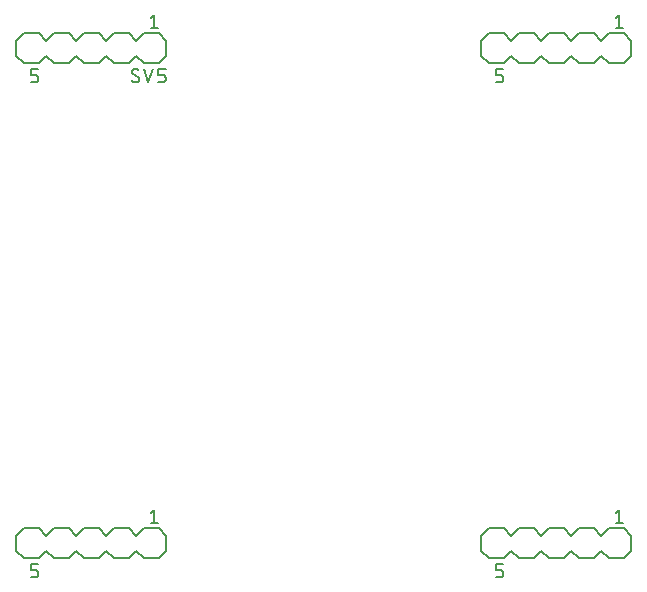
<source format=gbr>
G04 EAGLE Gerber RS-274X export*
G75*
%MOMM*%
%FSLAX34Y34*%
%LPD*%
%INSilkscreen Top*%
%IPPOS*%
%AMOC8*
5,1,8,0,0,1.08239X$1,22.5*%
G01*
%ADD10C,0.152400*%
%ADD11C,0.127000*%


D10*
X298450Y444500D02*
X285750Y444500D01*
X279400Y450850D01*
X279400Y463550D02*
X285750Y469900D01*
X279400Y450850D02*
X273050Y444500D01*
X260350Y444500D01*
X254000Y450850D01*
X254000Y463550D02*
X260350Y469900D01*
X273050Y469900D01*
X279400Y463550D01*
X304800Y463550D02*
X304800Y450850D01*
X298450Y444500D01*
X304800Y463550D02*
X298450Y469900D01*
X285750Y469900D01*
X254000Y450850D02*
X247650Y444500D01*
X234950Y444500D01*
X228600Y450850D01*
X228600Y463550D02*
X234950Y469900D01*
X247650Y469900D01*
X254000Y463550D01*
X222250Y444500D02*
X209550Y444500D01*
X203200Y450850D01*
X203200Y463550D02*
X209550Y469900D01*
X203200Y450850D02*
X196850Y444500D01*
X184150Y444500D01*
X177800Y450850D01*
X177800Y463550D01*
X184150Y469900D01*
X196850Y469900D01*
X203200Y463550D01*
X222250Y444500D02*
X228600Y450850D01*
X228600Y463550D02*
X222250Y469900D01*
X209550Y469900D01*
D11*
X291465Y483235D02*
X294640Y485775D01*
X294640Y474345D01*
X291465Y474345D02*
X297815Y474345D01*
X193675Y428625D02*
X189865Y428625D01*
X193675Y428625D02*
X193775Y428627D01*
X193874Y428633D01*
X193974Y428643D01*
X194072Y428656D01*
X194171Y428674D01*
X194268Y428695D01*
X194364Y428720D01*
X194460Y428749D01*
X194554Y428782D01*
X194647Y428818D01*
X194738Y428858D01*
X194828Y428902D01*
X194916Y428949D01*
X195002Y428999D01*
X195086Y429053D01*
X195168Y429110D01*
X195247Y429170D01*
X195325Y429234D01*
X195399Y429300D01*
X195471Y429369D01*
X195540Y429441D01*
X195606Y429515D01*
X195670Y429593D01*
X195730Y429672D01*
X195787Y429754D01*
X195841Y429838D01*
X195891Y429924D01*
X195938Y430012D01*
X195982Y430102D01*
X196022Y430193D01*
X196058Y430286D01*
X196091Y430380D01*
X196120Y430476D01*
X196145Y430572D01*
X196166Y430669D01*
X196184Y430768D01*
X196197Y430866D01*
X196207Y430966D01*
X196213Y431065D01*
X196215Y431165D01*
X196215Y432435D01*
X196213Y432535D01*
X196207Y432634D01*
X196197Y432734D01*
X196184Y432832D01*
X196166Y432931D01*
X196145Y433028D01*
X196120Y433124D01*
X196091Y433220D01*
X196058Y433314D01*
X196022Y433407D01*
X195982Y433498D01*
X195938Y433588D01*
X195891Y433676D01*
X195841Y433762D01*
X195787Y433846D01*
X195730Y433928D01*
X195670Y434007D01*
X195606Y434085D01*
X195540Y434159D01*
X195471Y434231D01*
X195399Y434300D01*
X195325Y434366D01*
X195247Y434430D01*
X195168Y434490D01*
X195086Y434547D01*
X195002Y434601D01*
X194916Y434651D01*
X194828Y434698D01*
X194738Y434742D01*
X194647Y434782D01*
X194554Y434818D01*
X194460Y434851D01*
X194364Y434880D01*
X194268Y434905D01*
X194171Y434926D01*
X194072Y434944D01*
X193974Y434957D01*
X193874Y434967D01*
X193775Y434973D01*
X193675Y434975D01*
X189865Y434975D01*
X189865Y440055D01*
X196215Y440055D01*
X279146Y428625D02*
X279246Y428627D01*
X279345Y428633D01*
X279445Y428643D01*
X279543Y428656D01*
X279642Y428674D01*
X279739Y428695D01*
X279835Y428720D01*
X279931Y428749D01*
X280025Y428782D01*
X280118Y428818D01*
X280209Y428858D01*
X280299Y428902D01*
X280387Y428949D01*
X280473Y428999D01*
X280557Y429053D01*
X280639Y429110D01*
X280718Y429170D01*
X280796Y429234D01*
X280870Y429300D01*
X280942Y429369D01*
X281011Y429441D01*
X281077Y429515D01*
X281141Y429593D01*
X281201Y429672D01*
X281258Y429754D01*
X281312Y429838D01*
X281362Y429924D01*
X281409Y430012D01*
X281453Y430102D01*
X281493Y430193D01*
X281529Y430286D01*
X281562Y430380D01*
X281591Y430476D01*
X281616Y430572D01*
X281637Y430669D01*
X281655Y430768D01*
X281668Y430866D01*
X281678Y430966D01*
X281684Y431065D01*
X281686Y431165D01*
X279146Y428625D02*
X279005Y428627D01*
X278864Y428632D01*
X278723Y428642D01*
X278582Y428655D01*
X278442Y428671D01*
X278302Y428692D01*
X278163Y428716D01*
X278024Y428744D01*
X277887Y428775D01*
X277750Y428810D01*
X277614Y428848D01*
X277479Y428890D01*
X277346Y428936D01*
X277213Y428985D01*
X277082Y429038D01*
X276953Y429094D01*
X276824Y429153D01*
X276698Y429216D01*
X276573Y429282D01*
X276450Y429351D01*
X276329Y429424D01*
X276210Y429500D01*
X276092Y429579D01*
X275977Y429660D01*
X275865Y429745D01*
X275754Y429833D01*
X275646Y429924D01*
X275540Y430017D01*
X275437Y430114D01*
X275336Y430213D01*
X275654Y437515D02*
X275656Y437615D01*
X275662Y437714D01*
X275672Y437814D01*
X275685Y437912D01*
X275703Y438011D01*
X275724Y438108D01*
X275749Y438204D01*
X275778Y438300D01*
X275811Y438394D01*
X275847Y438487D01*
X275887Y438578D01*
X275931Y438668D01*
X275978Y438756D01*
X276028Y438842D01*
X276082Y438926D01*
X276139Y439008D01*
X276199Y439087D01*
X276263Y439165D01*
X276329Y439239D01*
X276398Y439311D01*
X276470Y439380D01*
X276544Y439446D01*
X276622Y439510D01*
X276701Y439570D01*
X276783Y439627D01*
X276867Y439681D01*
X276953Y439731D01*
X277041Y439778D01*
X277131Y439822D01*
X277222Y439862D01*
X277315Y439898D01*
X277409Y439931D01*
X277505Y439960D01*
X277601Y439985D01*
X277698Y440006D01*
X277797Y440024D01*
X277895Y440037D01*
X277995Y440047D01*
X278094Y440053D01*
X278194Y440055D01*
X278194Y440056D02*
X278327Y440054D01*
X278460Y440049D01*
X278593Y440039D01*
X278726Y440026D01*
X278858Y440009D01*
X278990Y439989D01*
X279121Y439965D01*
X279251Y439937D01*
X279381Y439906D01*
X279509Y439871D01*
X279637Y439832D01*
X279763Y439790D01*
X279888Y439744D01*
X280012Y439695D01*
X280135Y439643D01*
X280256Y439587D01*
X280375Y439527D01*
X280493Y439465D01*
X280608Y439399D01*
X280722Y439330D01*
X280834Y439257D01*
X280944Y439182D01*
X281052Y439103D01*
X276923Y435292D02*
X276839Y435344D01*
X276756Y435399D01*
X276676Y435458D01*
X276598Y435519D01*
X276523Y435583D01*
X276450Y435651D01*
X276379Y435721D01*
X276312Y435793D01*
X276247Y435868D01*
X276185Y435946D01*
X276126Y436026D01*
X276070Y436108D01*
X276018Y436192D01*
X275969Y436278D01*
X275923Y436366D01*
X275880Y436456D01*
X275841Y436547D01*
X275806Y436640D01*
X275774Y436734D01*
X275746Y436829D01*
X275721Y436925D01*
X275701Y437022D01*
X275683Y437120D01*
X275670Y437218D01*
X275661Y437317D01*
X275655Y437416D01*
X275653Y437515D01*
X280416Y433388D02*
X280500Y433336D01*
X280583Y433281D01*
X280663Y433222D01*
X280741Y433161D01*
X280816Y433097D01*
X280889Y433029D01*
X280960Y432959D01*
X281027Y432887D01*
X281092Y432812D01*
X281154Y432734D01*
X281213Y432654D01*
X281269Y432572D01*
X281321Y432488D01*
X281370Y432402D01*
X281416Y432314D01*
X281459Y432224D01*
X281498Y432133D01*
X281533Y432040D01*
X281565Y431946D01*
X281593Y431851D01*
X281618Y431755D01*
X281638Y431658D01*
X281656Y431560D01*
X281669Y431462D01*
X281678Y431363D01*
X281684Y431264D01*
X281686Y431165D01*
X280416Y433388D02*
X276924Y435293D01*
X285750Y440055D02*
X289560Y428625D01*
X293370Y440055D01*
X297815Y428625D02*
X301625Y428625D01*
X301725Y428627D01*
X301824Y428633D01*
X301924Y428643D01*
X302022Y428656D01*
X302121Y428674D01*
X302218Y428695D01*
X302314Y428720D01*
X302410Y428749D01*
X302504Y428782D01*
X302597Y428818D01*
X302688Y428858D01*
X302778Y428902D01*
X302866Y428949D01*
X302952Y428999D01*
X303036Y429053D01*
X303118Y429110D01*
X303197Y429170D01*
X303275Y429234D01*
X303349Y429300D01*
X303421Y429369D01*
X303490Y429441D01*
X303556Y429515D01*
X303620Y429593D01*
X303680Y429672D01*
X303737Y429754D01*
X303791Y429838D01*
X303841Y429924D01*
X303888Y430012D01*
X303932Y430102D01*
X303972Y430193D01*
X304008Y430286D01*
X304041Y430380D01*
X304070Y430476D01*
X304095Y430572D01*
X304116Y430669D01*
X304134Y430768D01*
X304147Y430866D01*
X304157Y430966D01*
X304163Y431065D01*
X304165Y431165D01*
X304165Y432435D01*
X304163Y432535D01*
X304157Y432634D01*
X304147Y432734D01*
X304134Y432832D01*
X304116Y432931D01*
X304095Y433028D01*
X304070Y433124D01*
X304041Y433220D01*
X304008Y433314D01*
X303972Y433407D01*
X303932Y433498D01*
X303888Y433588D01*
X303841Y433676D01*
X303791Y433762D01*
X303737Y433846D01*
X303680Y433928D01*
X303620Y434007D01*
X303556Y434085D01*
X303490Y434159D01*
X303421Y434231D01*
X303349Y434300D01*
X303275Y434366D01*
X303197Y434430D01*
X303118Y434490D01*
X303036Y434547D01*
X302952Y434601D01*
X302866Y434651D01*
X302778Y434698D01*
X302688Y434742D01*
X302597Y434782D01*
X302504Y434818D01*
X302410Y434851D01*
X302314Y434880D01*
X302218Y434905D01*
X302121Y434926D01*
X302022Y434944D01*
X301924Y434957D01*
X301824Y434967D01*
X301725Y434973D01*
X301625Y434975D01*
X297815Y434975D01*
X297815Y440055D01*
X304165Y440055D01*
D10*
X679450Y444500D02*
X692150Y444500D01*
X679450Y444500D02*
X673100Y450850D01*
X673100Y463550D02*
X679450Y469900D01*
X673100Y450850D02*
X666750Y444500D01*
X654050Y444500D01*
X647700Y450850D01*
X647700Y463550D02*
X654050Y469900D01*
X666750Y469900D01*
X673100Y463550D01*
X698500Y463550D02*
X698500Y450850D01*
X692150Y444500D01*
X698500Y463550D02*
X692150Y469900D01*
X679450Y469900D01*
X647700Y450850D02*
X641350Y444500D01*
X628650Y444500D01*
X622300Y450850D01*
X622300Y463550D02*
X628650Y469900D01*
X641350Y469900D01*
X647700Y463550D01*
X615950Y444500D02*
X603250Y444500D01*
X596900Y450850D01*
X596900Y463550D02*
X603250Y469900D01*
X596900Y450850D02*
X590550Y444500D01*
X577850Y444500D01*
X571500Y450850D01*
X571500Y463550D01*
X577850Y469900D01*
X590550Y469900D01*
X596900Y463550D01*
X615950Y444500D02*
X622300Y450850D01*
X622300Y463550D02*
X615950Y469900D01*
X603250Y469900D01*
D11*
X685165Y483235D02*
X688340Y485775D01*
X688340Y474345D01*
X685165Y474345D02*
X691515Y474345D01*
X587375Y428625D02*
X583565Y428625D01*
X587375Y428625D02*
X587475Y428627D01*
X587574Y428633D01*
X587674Y428643D01*
X587772Y428656D01*
X587871Y428674D01*
X587968Y428695D01*
X588064Y428720D01*
X588160Y428749D01*
X588254Y428782D01*
X588347Y428818D01*
X588438Y428858D01*
X588528Y428902D01*
X588616Y428949D01*
X588702Y428999D01*
X588786Y429053D01*
X588868Y429110D01*
X588947Y429170D01*
X589025Y429234D01*
X589099Y429300D01*
X589171Y429369D01*
X589240Y429441D01*
X589306Y429515D01*
X589370Y429593D01*
X589430Y429672D01*
X589487Y429754D01*
X589541Y429838D01*
X589591Y429924D01*
X589638Y430012D01*
X589682Y430102D01*
X589722Y430193D01*
X589758Y430286D01*
X589791Y430380D01*
X589820Y430476D01*
X589845Y430572D01*
X589866Y430669D01*
X589884Y430768D01*
X589897Y430866D01*
X589907Y430966D01*
X589913Y431065D01*
X589915Y431165D01*
X589915Y432435D01*
X589913Y432535D01*
X589907Y432634D01*
X589897Y432734D01*
X589884Y432832D01*
X589866Y432931D01*
X589845Y433028D01*
X589820Y433124D01*
X589791Y433220D01*
X589758Y433314D01*
X589722Y433407D01*
X589682Y433498D01*
X589638Y433588D01*
X589591Y433676D01*
X589541Y433762D01*
X589487Y433846D01*
X589430Y433928D01*
X589370Y434007D01*
X589306Y434085D01*
X589240Y434159D01*
X589171Y434231D01*
X589099Y434300D01*
X589025Y434366D01*
X588947Y434430D01*
X588868Y434490D01*
X588786Y434547D01*
X588702Y434601D01*
X588616Y434651D01*
X588528Y434698D01*
X588438Y434742D01*
X588347Y434782D01*
X588254Y434818D01*
X588160Y434851D01*
X588064Y434880D01*
X587968Y434905D01*
X587871Y434926D01*
X587772Y434944D01*
X587674Y434957D01*
X587574Y434967D01*
X587475Y434973D01*
X587375Y434975D01*
X583565Y434975D01*
X583565Y440055D01*
X589915Y440055D01*
D10*
X298450Y25400D02*
X285750Y25400D01*
X279400Y31750D01*
X279400Y44450D02*
X285750Y50800D01*
X279400Y31750D02*
X273050Y25400D01*
X260350Y25400D01*
X254000Y31750D01*
X254000Y44450D02*
X260350Y50800D01*
X273050Y50800D01*
X279400Y44450D01*
X304800Y44450D02*
X304800Y31750D01*
X298450Y25400D01*
X304800Y44450D02*
X298450Y50800D01*
X285750Y50800D01*
X254000Y31750D02*
X247650Y25400D01*
X234950Y25400D01*
X228600Y31750D01*
X228600Y44450D02*
X234950Y50800D01*
X247650Y50800D01*
X254000Y44450D01*
X222250Y25400D02*
X209550Y25400D01*
X203200Y31750D01*
X203200Y44450D02*
X209550Y50800D01*
X203200Y31750D02*
X196850Y25400D01*
X184150Y25400D01*
X177800Y31750D01*
X177800Y44450D01*
X184150Y50800D01*
X196850Y50800D01*
X203200Y44450D01*
X222250Y25400D02*
X228600Y31750D01*
X228600Y44450D02*
X222250Y50800D01*
X209550Y50800D01*
D11*
X291465Y64135D02*
X294640Y66675D01*
X294640Y55245D01*
X291465Y55245D02*
X297815Y55245D01*
X193675Y9525D02*
X189865Y9525D01*
X193675Y9525D02*
X193775Y9527D01*
X193874Y9533D01*
X193974Y9543D01*
X194072Y9556D01*
X194171Y9574D01*
X194268Y9595D01*
X194364Y9620D01*
X194460Y9649D01*
X194554Y9682D01*
X194647Y9718D01*
X194738Y9758D01*
X194828Y9802D01*
X194916Y9849D01*
X195002Y9899D01*
X195086Y9953D01*
X195168Y10010D01*
X195247Y10070D01*
X195325Y10134D01*
X195399Y10200D01*
X195471Y10269D01*
X195540Y10341D01*
X195606Y10415D01*
X195670Y10493D01*
X195730Y10572D01*
X195787Y10654D01*
X195841Y10738D01*
X195891Y10824D01*
X195938Y10912D01*
X195982Y11002D01*
X196022Y11093D01*
X196058Y11186D01*
X196091Y11280D01*
X196120Y11376D01*
X196145Y11472D01*
X196166Y11569D01*
X196184Y11668D01*
X196197Y11766D01*
X196207Y11866D01*
X196213Y11965D01*
X196215Y12065D01*
X196215Y13335D01*
X196213Y13435D01*
X196207Y13534D01*
X196197Y13634D01*
X196184Y13732D01*
X196166Y13831D01*
X196145Y13928D01*
X196120Y14024D01*
X196091Y14120D01*
X196058Y14214D01*
X196022Y14307D01*
X195982Y14398D01*
X195938Y14488D01*
X195891Y14576D01*
X195841Y14662D01*
X195787Y14746D01*
X195730Y14828D01*
X195670Y14907D01*
X195606Y14985D01*
X195540Y15059D01*
X195471Y15131D01*
X195399Y15200D01*
X195325Y15266D01*
X195247Y15330D01*
X195168Y15390D01*
X195086Y15447D01*
X195002Y15501D01*
X194916Y15551D01*
X194828Y15598D01*
X194738Y15642D01*
X194647Y15682D01*
X194554Y15718D01*
X194460Y15751D01*
X194364Y15780D01*
X194268Y15805D01*
X194171Y15826D01*
X194072Y15844D01*
X193974Y15857D01*
X193874Y15867D01*
X193775Y15873D01*
X193675Y15875D01*
X189865Y15875D01*
X189865Y20955D01*
X196215Y20955D01*
D10*
X679450Y25400D02*
X692150Y25400D01*
X679450Y25400D02*
X673100Y31750D01*
X673100Y44450D02*
X679450Y50800D01*
X673100Y31750D02*
X666750Y25400D01*
X654050Y25400D01*
X647700Y31750D01*
X647700Y44450D02*
X654050Y50800D01*
X666750Y50800D01*
X673100Y44450D01*
X698500Y44450D02*
X698500Y31750D01*
X692150Y25400D01*
X698500Y44450D02*
X692150Y50800D01*
X679450Y50800D01*
X647700Y31750D02*
X641350Y25400D01*
X628650Y25400D01*
X622300Y31750D01*
X622300Y44450D02*
X628650Y50800D01*
X641350Y50800D01*
X647700Y44450D01*
X615950Y25400D02*
X603250Y25400D01*
X596900Y31750D01*
X596900Y44450D02*
X603250Y50800D01*
X596900Y31750D02*
X590550Y25400D01*
X577850Y25400D01*
X571500Y31750D01*
X571500Y44450D01*
X577850Y50800D01*
X590550Y50800D01*
X596900Y44450D01*
X615950Y25400D02*
X622300Y31750D01*
X622300Y44450D02*
X615950Y50800D01*
X603250Y50800D01*
D11*
X685165Y64135D02*
X688340Y66675D01*
X688340Y55245D01*
X685165Y55245D02*
X691515Y55245D01*
X587375Y9525D02*
X583565Y9525D01*
X587375Y9525D02*
X587475Y9527D01*
X587574Y9533D01*
X587674Y9543D01*
X587772Y9556D01*
X587871Y9574D01*
X587968Y9595D01*
X588064Y9620D01*
X588160Y9649D01*
X588254Y9682D01*
X588347Y9718D01*
X588438Y9758D01*
X588528Y9802D01*
X588616Y9849D01*
X588702Y9899D01*
X588786Y9953D01*
X588868Y10010D01*
X588947Y10070D01*
X589025Y10134D01*
X589099Y10200D01*
X589171Y10269D01*
X589240Y10341D01*
X589306Y10415D01*
X589370Y10493D01*
X589430Y10572D01*
X589487Y10654D01*
X589541Y10738D01*
X589591Y10824D01*
X589638Y10912D01*
X589682Y11002D01*
X589722Y11093D01*
X589758Y11186D01*
X589791Y11280D01*
X589820Y11376D01*
X589845Y11472D01*
X589866Y11569D01*
X589884Y11668D01*
X589897Y11766D01*
X589907Y11866D01*
X589913Y11965D01*
X589915Y12065D01*
X589915Y13335D01*
X589913Y13435D01*
X589907Y13534D01*
X589897Y13634D01*
X589884Y13732D01*
X589866Y13831D01*
X589845Y13928D01*
X589820Y14024D01*
X589791Y14120D01*
X589758Y14214D01*
X589722Y14307D01*
X589682Y14398D01*
X589638Y14488D01*
X589591Y14576D01*
X589541Y14662D01*
X589487Y14746D01*
X589430Y14828D01*
X589370Y14907D01*
X589306Y14985D01*
X589240Y15059D01*
X589171Y15131D01*
X589099Y15200D01*
X589025Y15266D01*
X588947Y15330D01*
X588868Y15390D01*
X588786Y15447D01*
X588702Y15501D01*
X588616Y15551D01*
X588528Y15598D01*
X588438Y15642D01*
X588347Y15682D01*
X588254Y15718D01*
X588160Y15751D01*
X588064Y15780D01*
X587968Y15805D01*
X587871Y15826D01*
X587772Y15844D01*
X587674Y15857D01*
X587574Y15867D01*
X587475Y15873D01*
X587375Y15875D01*
X583565Y15875D01*
X583565Y20955D01*
X589915Y20955D01*
M02*

</source>
